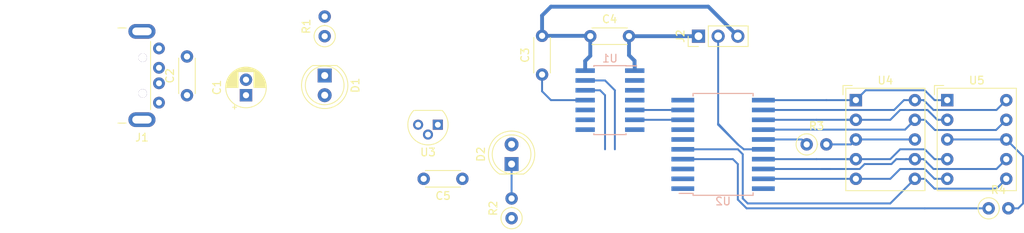
<source format=kicad_pcb>
(kicad_pcb (version 20171130) (host pcbnew 5.1.5)

  (general
    (thickness 1.6)
    (drawings 0)
    (tracks 116)
    (zones 0)
    (modules 18)
    (nets 35)
  )

  (page A4)
  (layers
    (0 F.Cu signal)
    (31 B.Cu signal)
    (32 B.Adhes user)
    (33 F.Adhes user)
    (34 B.Paste user)
    (35 F.Paste user)
    (36 B.SilkS user)
    (37 F.SilkS user)
    (38 B.Mask user)
    (39 F.Mask user)
    (40 Dwgs.User user)
    (41 Cmts.User user)
    (42 Eco1.User user)
    (43 Eco2.User user)
    (44 Edge.Cuts user)
    (45 Margin user)
    (46 B.CrtYd user)
    (47 F.CrtYd user)
    (48 B.Fab user)
    (49 F.Fab user)
  )

  (setup
    (last_trace_width 0.25)
    (trace_clearance 0.3)
    (zone_clearance 0.508)
    (zone_45_only no)
    (trace_min 0.2)
    (via_size 0.8)
    (via_drill 0.4)
    (via_min_size 0.4)
    (via_min_drill 0.3)
    (uvia_size 0.3)
    (uvia_drill 0.1)
    (uvias_allowed no)
    (uvia_min_size 0.2)
    (uvia_min_drill 0.1)
    (edge_width 0.05)
    (segment_width 0.2)
    (pcb_text_width 0.3)
    (pcb_text_size 1.5 1.5)
    (mod_edge_width 0.12)
    (mod_text_size 1 1)
    (mod_text_width 0.15)
    (pad_size 1.524 1.524)
    (pad_drill 0.762)
    (pad_to_mask_clearance 0.051)
    (solder_mask_min_width 0.25)
    (aux_axis_origin 0 0)
    (visible_elements FFFFFF7F)
    (pcbplotparams
      (layerselection 0x010fc_ffffffff)
      (usegerberextensions false)
      (usegerberattributes false)
      (usegerberadvancedattributes false)
      (creategerberjobfile false)
      (excludeedgelayer true)
      (linewidth 0.100000)
      (plotframeref false)
      (viasonmask false)
      (mode 1)
      (useauxorigin false)
      (hpglpennumber 1)
      (hpglpenspeed 20)
      (hpglpendiameter 15.000000)
      (psnegative false)
      (psa4output false)
      (plotreference true)
      (plotvalue true)
      (plotinvisibletext false)
      (padsonsilk false)
      (subtractmaskfromsilk false)
      (outputformat 1)
      (mirror false)
      (drillshape 1)
      (scaleselection 1)
      (outputdirectory ""))
  )

  (net 0 "")
  (net 1 +5V)
  (net 2 GND)
  (net 3 +3V3)
  (net 4 "Net-(D1-Pad1)")
  (net 5 "Net-(D2-Pad1)")
  (net 6 LED)
  (net 7 "Net-(R3-Pad2)")
  (net 8 Seg_1)
  (net 9 Seg_2)
  (net 10 "Net-(R4-Pad2)")
  (net 11 ADC)
  (net 12 "Net-(U2-Pad6)")
  (net 13 "Net-(U2-Pad7)")
  (net 14 "Net-(U1-Pad6)")
  (net 15 "Net-(U1-Pad5)")
  (net 16 "Net-(U2-Pad10)")
  (net 17 Seg_G)
  (net 18 Seg_E)
  (net 19 Seg_B)
  (net 20 Seg_F)
  (net 21 Seg_A)
  (net 22 Seg_C)
  (net 23 Seg_D)
  (net 24 Seg_DP)
  (net 25 "Net-(J1-Pad2)")
  (net 26 "Net-(J1-Pad3)")
  (net 27 "Net-(U1-Pad10)")
  (net 28 "Net-(U1-Pad9)")
  (net 29 "Net-(U1-Pad8)")
  (net 30 "Net-(U1-Pad7)")
  (net 31 "Net-(U1-Pad4)")
  (net 32 "Net-(U1-Pad3)")
  (net 33 "Net-(U1-Pad2)")
  (net 34 DAT)

  (net_class Default "Dies ist die voreingestellte Netzklasse."
    (clearance 0.3)
    (trace_width 0.25)
    (via_dia 0.8)
    (via_drill 0.4)
    (uvia_dia 0.3)
    (uvia_drill 0.1)
    (add_net +3V3)
    (add_net ADC)
    (add_net DAT)
    (add_net LED)
    (add_net "Net-(D1-Pad1)")
    (add_net "Net-(D2-Pad1)")
    (add_net "Net-(J1-Pad2)")
    (add_net "Net-(J1-Pad3)")
    (add_net "Net-(R3-Pad2)")
    (add_net "Net-(R4-Pad2)")
    (add_net "Net-(U1-Pad10)")
    (add_net "Net-(U1-Pad2)")
    (add_net "Net-(U1-Pad3)")
    (add_net "Net-(U1-Pad4)")
    (add_net "Net-(U1-Pad5)")
    (add_net "Net-(U1-Pad6)")
    (add_net "Net-(U1-Pad7)")
    (add_net "Net-(U1-Pad8)")
    (add_net "Net-(U1-Pad9)")
    (add_net "Net-(U2-Pad10)")
    (add_net "Net-(U2-Pad6)")
    (add_net "Net-(U2-Pad7)")
    (add_net Seg_1)
    (add_net Seg_2)
    (add_net Seg_A)
    (add_net Seg_B)
    (add_net Seg_C)
    (add_net Seg_D)
    (add_net Seg_DP)
    (add_net Seg_E)
    (add_net Seg_F)
    (add_net Seg_G)
  )

  (net_class "5V and GND" ""
    (clearance 0.3)
    (trace_width 0.5)
    (via_dia 0.8)
    (via_drill 0.4)
    (uvia_dia 0.3)
    (uvia_drill 0.1)
    (add_net +5V)
    (add_net GND)
  )

  (module "My Footprints:SC39-11_RT_small" (layer F.Cu) (tedit 5EC55A81) (tstamp 5EC5B686)
    (at 104.775 31.75)
    (descr "Single digit 7 segment LED display in red, yellow or green colour http://www.kingbrightusa.com/images/catalog/SPEC/sa39-11ewa.pdf")
    (tags "One digit LED 7 segment SA39-11 SC39-11 SA39-12 SC39-12")
    (path /5EC46DC7)
    (fp_text reference U4 (at 3.81 -2.54) (layer F.SilkS)
      (effects (font (size 1 1) (thickness 0.15)))
    )
    (fp_text value SC39_11_RT (at 2.54 12.7) (layer F.Fab)
      (effects (font (size 1 1) (thickness 0.15)))
    )
    (fp_line (start -1.44 -1.67) (end 9.06 -1.67) (layer F.CrtYd) (width 0.05))
    (fp_line (start -1.44 11.83) (end -1.44 -1.67) (layer F.CrtYd) (width 0.05))
    (fp_line (start 9.06 11.83) (end -1.44 11.83) (layer F.CrtYd) (width 0.05))
    (fp_line (start 9.06 -1.67) (end 9.06 11.83) (layer F.CrtYd) (width 0.05))
    (fp_line (start -0.19 -1.42) (end 8.81 -1.42) (layer F.Fab) (width 0.1))
    (fp_line (start -1.19 -0.42) (end -0.19 -1.42) (layer F.Fab) (width 0.1))
    (fp_line (start -1.19 11.58) (end -1.19 -0.42) (layer F.Fab) (width 0.1))
    (fp_line (start 8.81 11.58) (end -1.19 11.58) (layer F.Fab) (width 0.1))
    (fp_line (start 8.81 -1.42) (end 8.81 11.58) (layer F.Fab) (width 0.1))
    (fp_line (start 8.92 11.69) (end 8.92 -1.53) (layer F.SilkS) (width 0.12))
    (fp_line (start -1.3 11.69) (end 8.92 11.69) (layer F.SilkS) (width 0.12))
    (fp_line (start -1.3 -1.53) (end -1.3 11.69) (layer F.SilkS) (width 0.12))
    (fp_line (start 8.92 -1.53) (end -1.3 -1.53) (layer F.SilkS) (width 0.12))
    (fp_text user %R (at 3.81 5.08) (layer F.Fab)
      (effects (font (size 1 1) (thickness 0.15)))
    )
    (fp_line (start -1.66 -0.69) (end -1.66 -1.89) (layer F.SilkS) (width 0.12))
    (fp_line (start -1.66 -1.89) (end -0.46 -1.89) (layer F.SilkS) (width 0.12))
    (pad 1 thru_hole rect (at 0 0) (size 1.6 1.6) (drill 0.8) (layers *.Cu *.Mask)
      (net 17 Seg_G))
    (pad 2 thru_hole circle (at 0 2.54) (size 1.6 1.6) (drill 0.8) (layers *.Cu *.Mask)
      (net 20 Seg_F))
    (pad 3 thru_hole circle (at 0 5.08) (size 1.6 1.6) (drill 0.8) (layers *.Cu *.Mask)
      (net 7 "Net-(R3-Pad2)"))
    (pad 4 thru_hole circle (at 0 7.62) (size 1.6 1.6) (drill 0.8) (layers *.Cu *.Mask)
      (net 18 Seg_E))
    (pad 5 thru_hole circle (at 0 10.16) (size 1.6 1.6) (drill 0.8) (layers *.Cu *.Mask)
      (net 23 Seg_D))
    (pad 6 thru_hole circle (at 7.62 10.16) (size 1.6 1.6) (drill 0.8) (layers *.Cu *.Mask)
      (net 24 Seg_DP))
    (pad 7 thru_hole circle (at 7.62 7.62) (size 1.6 1.6) (drill 0.8) (layers *.Cu *.Mask)
      (net 22 Seg_C))
    (pad 8 thru_hole circle (at 7.62 5.08) (size 1.6 1.6) (drill 0.8) (layers *.Cu *.Mask)
      (net 7 "Net-(R3-Pad2)"))
    (pad 9 thru_hole circle (at 7.62 2.54) (size 1.6 1.6) (drill 0.8) (layers *.Cu *.Mask)
      (net 19 Seg_B))
    (pad 10 thru_hole circle (at 7.62 0) (size 1.6 1.6) (drill 0.8) (layers *.Cu *.Mask)
      (net 21 Seg_A))
    (model ${KISYS3DMOD}/Display_7Segment.3dshapes/Sx39-1xxxxx.wrl
      (at (xyz 0 0 0))
      (scale (xyz 1 1 1))
      (rotate (xyz 0 0 0))
    )
  )

  (module "My Footprints:SC39-11_RT_small" (layer F.Cu) (tedit 5EC55A81) (tstamp 5EC5B6A4)
    (at 116.575 31.75)
    (descr "Single digit 7 segment LED display in red, yellow or green colour http://www.kingbrightusa.com/images/catalog/SPEC/sa39-11ewa.pdf")
    (tags "One digit LED 7 segment SA39-11 SC39-11 SA39-12 SC39-12")
    (path /5EC98714)
    (fp_text reference U5 (at 3.81 -2.54) (layer F.SilkS)
      (effects (font (size 1 1) (thickness 0.15)))
    )
    (fp_text value SC39_11_RT (at 2.54 12.7) (layer F.Fab)
      (effects (font (size 1 1) (thickness 0.15)))
    )
    (fp_line (start -1.44 -1.67) (end 9.06 -1.67) (layer F.CrtYd) (width 0.05))
    (fp_line (start -1.44 11.83) (end -1.44 -1.67) (layer F.CrtYd) (width 0.05))
    (fp_line (start 9.06 11.83) (end -1.44 11.83) (layer F.CrtYd) (width 0.05))
    (fp_line (start 9.06 -1.67) (end 9.06 11.83) (layer F.CrtYd) (width 0.05))
    (fp_line (start -0.19 -1.42) (end 8.81 -1.42) (layer F.Fab) (width 0.1))
    (fp_line (start -1.19 -0.42) (end -0.19 -1.42) (layer F.Fab) (width 0.1))
    (fp_line (start -1.19 11.58) (end -1.19 -0.42) (layer F.Fab) (width 0.1))
    (fp_line (start 8.81 11.58) (end -1.19 11.58) (layer F.Fab) (width 0.1))
    (fp_line (start 8.81 -1.42) (end 8.81 11.58) (layer F.Fab) (width 0.1))
    (fp_line (start 8.92 11.69) (end 8.92 -1.53) (layer F.SilkS) (width 0.12))
    (fp_line (start -1.3 11.69) (end 8.92 11.69) (layer F.SilkS) (width 0.12))
    (fp_line (start -1.3 -1.53) (end -1.3 11.69) (layer F.SilkS) (width 0.12))
    (fp_line (start 8.92 -1.53) (end -1.3 -1.53) (layer F.SilkS) (width 0.12))
    (fp_text user %R (at 3.81 5.08) (layer F.Fab)
      (effects (font (size 1 1) (thickness 0.15)))
    )
    (fp_line (start -1.66 -0.69) (end -1.66 -1.89) (layer F.SilkS) (width 0.12))
    (fp_line (start -1.66 -1.89) (end -0.46 -1.89) (layer F.SilkS) (width 0.12))
    (pad 1 thru_hole rect (at 0 0) (size 1.6 1.6) (drill 0.8) (layers *.Cu *.Mask)
      (net 17 Seg_G))
    (pad 2 thru_hole circle (at 0 2.54) (size 1.6 1.6) (drill 0.8) (layers *.Cu *.Mask)
      (net 20 Seg_F))
    (pad 3 thru_hole circle (at 0 5.08) (size 1.6 1.6) (drill 0.8) (layers *.Cu *.Mask)
      (net 10 "Net-(R4-Pad2)"))
    (pad 4 thru_hole circle (at 0 7.62) (size 1.6 1.6) (drill 0.8) (layers *.Cu *.Mask)
      (net 18 Seg_E))
    (pad 5 thru_hole circle (at 0 10.16) (size 1.6 1.6) (drill 0.8) (layers *.Cu *.Mask)
      (net 23 Seg_D))
    (pad 6 thru_hole circle (at 7.62 10.16) (size 1.6 1.6) (drill 0.8) (layers *.Cu *.Mask)
      (net 24 Seg_DP))
    (pad 7 thru_hole circle (at 7.62 7.62) (size 1.6 1.6) (drill 0.8) (layers *.Cu *.Mask)
      (net 22 Seg_C))
    (pad 8 thru_hole circle (at 7.62 5.08) (size 1.6 1.6) (drill 0.8) (layers *.Cu *.Mask)
      (net 10 "Net-(R4-Pad2)"))
    (pad 9 thru_hole circle (at 7.62 2.54) (size 1.6 1.6) (drill 0.8) (layers *.Cu *.Mask)
      (net 19 Seg_B))
    (pad 10 thru_hole circle (at 7.62 0) (size 1.6 1.6) (drill 0.8) (layers *.Cu *.Mask)
      (net 21 Seg_A))
    (model ${KISYS3DMOD}/Display_7Segment.3dshapes/Sx39-1xxxxx.wrl
      (at (xyz 0 0 0))
      (scale (xyz 1 1 1))
      (rotate (xyz 0 0 0))
    )
  )

  (module Capacitor_THT:C_Disc_D4.3mm_W1.9mm_P5.00mm (layer F.Cu) (tedit 5AE50EF0) (tstamp 5EC41158)
    (at 18.415 31.115 90)
    (descr "C, Disc series, Radial, pin pitch=5.00mm, , diameter*width=4.3*1.9mm^2, Capacitor, http://www.vishay.com/docs/45233/krseries.pdf")
    (tags "C Disc series Radial pin pitch 5.00mm  diameter 4.3mm width 1.9mm Capacitor")
    (path /5EC4264F)
    (fp_text reference C2 (at 2.5 -2.2 90) (layer F.SilkS)
      (effects (font (size 1 1) (thickness 0.15)))
    )
    (fp_text value 470nF (at 2.5 2.2 90) (layer F.Fab)
      (effects (font (size 1 1) (thickness 0.15)))
    )
    (fp_line (start 0.35 -0.95) (end 0.35 0.95) (layer F.Fab) (width 0.1))
    (fp_line (start 0.35 0.95) (end 4.65 0.95) (layer F.Fab) (width 0.1))
    (fp_line (start 4.65 0.95) (end 4.65 -0.95) (layer F.Fab) (width 0.1))
    (fp_line (start 4.65 -0.95) (end 0.35 -0.95) (layer F.Fab) (width 0.1))
    (fp_line (start 0.23 -1.07) (end 4.77 -1.07) (layer F.SilkS) (width 0.12))
    (fp_line (start 0.23 1.07) (end 4.77 1.07) (layer F.SilkS) (width 0.12))
    (fp_line (start 0.23 -1.07) (end 0.23 -1.055) (layer F.SilkS) (width 0.12))
    (fp_line (start 0.23 1.055) (end 0.23 1.07) (layer F.SilkS) (width 0.12))
    (fp_line (start 4.77 -1.07) (end 4.77 -1.055) (layer F.SilkS) (width 0.12))
    (fp_line (start 4.77 1.055) (end 4.77 1.07) (layer F.SilkS) (width 0.12))
    (fp_line (start -1.05 -1.2) (end -1.05 1.2) (layer F.CrtYd) (width 0.05))
    (fp_line (start -1.05 1.2) (end 6.05 1.2) (layer F.CrtYd) (width 0.05))
    (fp_line (start 6.05 1.2) (end 6.05 -1.2) (layer F.CrtYd) (width 0.05))
    (fp_line (start 6.05 -1.2) (end -1.05 -1.2) (layer F.CrtYd) (width 0.05))
    (fp_text user %R (at 2.54 0 90) (layer F.Fab)
      (effects (font (size 0.86 0.86) (thickness 0.129)))
    )
    (pad 1 thru_hole circle (at 0 0 90) (size 1.6 1.6) (drill 0.8) (layers *.Cu *.Mask)
      (net 1 +5V))
    (pad 2 thru_hole circle (at 5 0 90) (size 1.6 1.6) (drill 0.8) (layers *.Cu *.Mask)
      (net 2 GND))
    (model ${KISYS3DMOD}/Capacitor_THT.3dshapes/C_Disc_D4.3mm_W1.9mm_P5.00mm.wrl
      (at (xyz 0 0 0))
      (scale (xyz 1 1 1))
      (rotate (xyz 0 0 0))
    )
  )

  (module Capacitor_THT:C_Disc_D4.3mm_W1.9mm_P5.00mm (layer F.Cu) (tedit 5AE50EF0) (tstamp 5EC4116D)
    (at 64.262 28.448 90)
    (descr "C, Disc series, Radial, pin pitch=5.00mm, , diameter*width=4.3*1.9mm^2, Capacitor, http://www.vishay.com/docs/45233/krseries.pdf")
    (tags "C Disc series Radial pin pitch 5.00mm  diameter 4.3mm width 1.9mm Capacitor")
    (path /5EC43B86)
    (fp_text reference C3 (at 2.5 -2.2 90) (layer F.SilkS)
      (effects (font (size 1 1) (thickness 0.15)))
    )
    (fp_text value 470nF (at 2.5 2.2 90) (layer F.Fab)
      (effects (font (size 1 1) (thickness 0.15)))
    )
    (fp_text user %R (at 2.5 0 90) (layer F.Fab)
      (effects (font (size 0.86 0.86) (thickness 0.129)))
    )
    (fp_line (start 6.05 -1.2) (end -1.05 -1.2) (layer F.CrtYd) (width 0.05))
    (fp_line (start 6.05 1.2) (end 6.05 -1.2) (layer F.CrtYd) (width 0.05))
    (fp_line (start -1.05 1.2) (end 6.05 1.2) (layer F.CrtYd) (width 0.05))
    (fp_line (start -1.05 -1.2) (end -1.05 1.2) (layer F.CrtYd) (width 0.05))
    (fp_line (start 4.77 1.055) (end 4.77 1.07) (layer F.SilkS) (width 0.12))
    (fp_line (start 4.77 -1.07) (end 4.77 -1.055) (layer F.SilkS) (width 0.12))
    (fp_line (start 0.23 1.055) (end 0.23 1.07) (layer F.SilkS) (width 0.12))
    (fp_line (start 0.23 -1.07) (end 0.23 -1.055) (layer F.SilkS) (width 0.12))
    (fp_line (start 0.23 1.07) (end 4.77 1.07) (layer F.SilkS) (width 0.12))
    (fp_line (start 0.23 -1.07) (end 4.77 -1.07) (layer F.SilkS) (width 0.12))
    (fp_line (start 4.65 -0.95) (end 0.35 -0.95) (layer F.Fab) (width 0.1))
    (fp_line (start 4.65 0.95) (end 4.65 -0.95) (layer F.Fab) (width 0.1))
    (fp_line (start 0.35 0.95) (end 4.65 0.95) (layer F.Fab) (width 0.1))
    (fp_line (start 0.35 -0.95) (end 0.35 0.95) (layer F.Fab) (width 0.1))
    (pad 2 thru_hole circle (at 5 0 90) (size 1.6 1.6) (drill 0.8) (layers *.Cu *.Mask)
      (net 2 GND))
    (pad 1 thru_hole circle (at 0 0 90) (size 1.6 1.6) (drill 0.8) (layers *.Cu *.Mask)
      (net 3 +3V3))
    (model ${KISYS3DMOD}/Capacitor_THT.3dshapes/C_Disc_D4.3mm_W1.9mm_P5.00mm.wrl
      (at (xyz 0 0 0))
      (scale (xyz 1 1 1))
      (rotate (xyz 0 0 0))
    )
  )

  (module Capacitor_THT:C_Disc_D4.3mm_W1.9mm_P5.00mm (layer F.Cu) (tedit 5AE50EF0) (tstamp 5EC41182)
    (at 70.485 23.495)
    (descr "C, Disc series, Radial, pin pitch=5.00mm, , diameter*width=4.3*1.9mm^2, Capacitor, http://www.vishay.com/docs/45233/krseries.pdf")
    (tags "C Disc series Radial pin pitch 5.00mm  diameter 4.3mm width 1.9mm Capacitor")
    (path /5EC5759C)
    (fp_text reference C4 (at 2.5 -2.2) (layer F.SilkS)
      (effects (font (size 1 1) (thickness 0.15)))
    )
    (fp_text value 470nF (at 2.5 2.2) (layer F.Fab)
      (effects (font (size 1 1) (thickness 0.15)))
    )
    (fp_text user %R (at 2.5 0) (layer F.Fab)
      (effects (font (size 0.86 0.86) (thickness 0.129)))
    )
    (fp_line (start 6.05 -1.2) (end -1.05 -1.2) (layer F.CrtYd) (width 0.05))
    (fp_line (start 6.05 1.2) (end 6.05 -1.2) (layer F.CrtYd) (width 0.05))
    (fp_line (start -1.05 1.2) (end 6.05 1.2) (layer F.CrtYd) (width 0.05))
    (fp_line (start -1.05 -1.2) (end -1.05 1.2) (layer F.CrtYd) (width 0.05))
    (fp_line (start 4.77 1.055) (end 4.77 1.07) (layer F.SilkS) (width 0.12))
    (fp_line (start 4.77 -1.07) (end 4.77 -1.055) (layer F.SilkS) (width 0.12))
    (fp_line (start 0.23 1.055) (end 0.23 1.07) (layer F.SilkS) (width 0.12))
    (fp_line (start 0.23 -1.07) (end 0.23 -1.055) (layer F.SilkS) (width 0.12))
    (fp_line (start 0.23 1.07) (end 4.77 1.07) (layer F.SilkS) (width 0.12))
    (fp_line (start 0.23 -1.07) (end 4.77 -1.07) (layer F.SilkS) (width 0.12))
    (fp_line (start 4.65 -0.95) (end 0.35 -0.95) (layer F.Fab) (width 0.1))
    (fp_line (start 4.65 0.95) (end 4.65 -0.95) (layer F.Fab) (width 0.1))
    (fp_line (start 0.35 0.95) (end 4.65 0.95) (layer F.Fab) (width 0.1))
    (fp_line (start 0.35 -0.95) (end 0.35 0.95) (layer F.Fab) (width 0.1))
    (pad 2 thru_hole circle (at 5 0) (size 1.6 1.6) (drill 0.8) (layers *.Cu *.Mask)
      (net 1 +5V))
    (pad 1 thru_hole circle (at 0 0) (size 1.6 1.6) (drill 0.8) (layers *.Cu *.Mask)
      (net 2 GND))
    (model ${KISYS3DMOD}/Capacitor_THT.3dshapes/C_Disc_D4.3mm_W1.9mm_P5.00mm.wrl
      (at (xyz 0 0 0))
      (scale (xyz 1 1 1))
      (rotate (xyz 0 0 0))
    )
  )

  (module Capacitor_THT:C_Disc_D4.3mm_W1.9mm_P5.00mm (layer F.Cu) (tedit 5AE50EF0) (tstamp 5EC41197)
    (at 53.975 41.91 180)
    (descr "C, Disc series, Radial, pin pitch=5.00mm, , diameter*width=4.3*1.9mm^2, Capacitor, http://www.vishay.com/docs/45233/krseries.pdf")
    (tags "C Disc series Radial pin pitch 5.00mm  diameter 4.3mm width 1.9mm Capacitor")
    (path /5EC81C90)
    (fp_text reference C5 (at 2.5 -2.2) (layer F.SilkS)
      (effects (font (size 1 1) (thickness 0.15)))
    )
    (fp_text value 470nF (at 2.5 2.2) (layer F.Fab)
      (effects (font (size 1 1) (thickness 0.15)))
    )
    (fp_line (start 0.35 -0.95) (end 0.35 0.95) (layer F.Fab) (width 0.1))
    (fp_line (start 0.35 0.95) (end 4.65 0.95) (layer F.Fab) (width 0.1))
    (fp_line (start 4.65 0.95) (end 4.65 -0.95) (layer F.Fab) (width 0.1))
    (fp_line (start 4.65 -0.95) (end 0.35 -0.95) (layer F.Fab) (width 0.1))
    (fp_line (start 0.23 -1.07) (end 4.77 -1.07) (layer F.SilkS) (width 0.12))
    (fp_line (start 0.23 1.07) (end 4.77 1.07) (layer F.SilkS) (width 0.12))
    (fp_line (start 0.23 -1.07) (end 0.23 -1.055) (layer F.SilkS) (width 0.12))
    (fp_line (start 0.23 1.055) (end 0.23 1.07) (layer F.SilkS) (width 0.12))
    (fp_line (start 4.77 -1.07) (end 4.77 -1.055) (layer F.SilkS) (width 0.12))
    (fp_line (start 4.77 1.055) (end 4.77 1.07) (layer F.SilkS) (width 0.12))
    (fp_line (start -1.05 -1.2) (end -1.05 1.2) (layer F.CrtYd) (width 0.05))
    (fp_line (start -1.05 1.2) (end 6.05 1.2) (layer F.CrtYd) (width 0.05))
    (fp_line (start 6.05 1.2) (end 6.05 -1.2) (layer F.CrtYd) (width 0.05))
    (fp_line (start 6.05 -1.2) (end -1.05 -1.2) (layer F.CrtYd) (width 0.05))
    (fp_text user %R (at 2.5 0) (layer F.Fab)
      (effects (font (size 0.86 0.86) (thickness 0.129)))
    )
    (pad 1 thru_hole circle (at 0 0 180) (size 1.6 1.6) (drill 0.8) (layers *.Cu *.Mask)
      (net 2 GND))
    (pad 2 thru_hole circle (at 5 0 180) (size 1.6 1.6) (drill 0.8) (layers *.Cu *.Mask)
      (net 1 +5V))
    (model ${KISYS3DMOD}/Capacitor_THT.3dshapes/C_Disc_D4.3mm_W1.9mm_P5.00mm.wrl
      (at (xyz 0 0 0))
      (scale (xyz 1 1 1))
      (rotate (xyz 0 0 0))
    )
  )

  (module Resistor_THT:R_Axial_DIN0207_L6.3mm_D2.5mm_P2.54mm_Vertical (layer F.Cu) (tedit 5AE5139B) (tstamp 5EC5EB78)
    (at 36.195 23.495 90)
    (descr "Resistor, Axial_DIN0207 series, Axial, Vertical, pin pitch=2.54mm, 0.25W = 1/4W, length*diameter=6.3*2.5mm^2, http://cdn-reichelt.de/documents/datenblatt/B400/1_4W%23YAG.pdf")
    (tags "Resistor Axial_DIN0207 series Axial Vertical pin pitch 2.54mm 0.25W = 1/4W length 6.3mm diameter 2.5mm")
    (path /5EC516B8)
    (fp_text reference R1 (at 1.27 -2.37 90) (layer F.SilkS)
      (effects (font (size 1 1) (thickness 0.15)))
    )
    (fp_text value 330Ω (at 1.27 2.37 90) (layer F.Fab)
      (effects (font (size 1 1) (thickness 0.15)))
    )
    (fp_circle (center 0 0) (end 1.25 0) (layer F.Fab) (width 0.1))
    (fp_circle (center 0 0) (end 1.37 0) (layer F.SilkS) (width 0.12))
    (fp_line (start 0 0) (end 2.54 0) (layer F.Fab) (width 0.1))
    (fp_line (start 1.37 0) (end 1.44 0) (layer F.SilkS) (width 0.12))
    (fp_line (start -1.5 -1.5) (end -1.5 1.5) (layer F.CrtYd) (width 0.05))
    (fp_line (start -1.5 1.5) (end 3.59 1.5) (layer F.CrtYd) (width 0.05))
    (fp_line (start 3.59 1.5) (end 3.59 -1.5) (layer F.CrtYd) (width 0.05))
    (fp_line (start 3.59 -1.5) (end -1.5 -1.5) (layer F.CrtYd) (width 0.05))
    (fp_text user %R (at 1.27 -2.37 90) (layer F.Fab)
      (effects (font (size 1 1) (thickness 0.15)))
    )
    (pad 1 thru_hole circle (at 0 0 90) (size 1.6 1.6) (drill 0.8) (layers *.Cu *.Mask)
      (net 4 "Net-(D1-Pad1)"))
    (pad 2 thru_hole oval (at 2.54 0 90) (size 1.6 1.6) (drill 0.8) (layers *.Cu *.Mask)
      (net 2 GND))
    (model ${KISYS3DMOD}/Resistor_THT.3dshapes/R_Axial_DIN0207_L6.3mm_D2.5mm_P2.54mm_Vertical.wrl
      (at (xyz 0 0 0))
      (scale (xyz 1 1 1))
      (rotate (xyz 0 0 0))
    )
  )

  (module Resistor_THT:R_Axial_DIN0207_L6.3mm_D2.5mm_P2.54mm_Vertical (layer F.Cu) (tedit 5AE5139B) (tstamp 5EC411B5)
    (at 60.325 46.99 90)
    (descr "Resistor, Axial_DIN0207 series, Axial, Vertical, pin pitch=2.54mm, 0.25W = 1/4W, length*diameter=6.3*2.5mm^2, http://cdn-reichelt.de/documents/datenblatt/B400/1_4W%23YAG.pdf")
    (tags "Resistor Axial_DIN0207 series Axial Vertical pin pitch 2.54mm 0.25W = 1/4W length 6.3mm diameter 2.5mm")
    (path /5ECB072C)
    (fp_text reference R2 (at 1.27 -2.37 90) (layer F.SilkS)
      (effects (font (size 1 1) (thickness 0.15)))
    )
    (fp_text value 330Ω (at 1.27 2.37 90) (layer F.Fab)
      (effects (font (size 1 1) (thickness 0.15)))
    )
    (fp_text user %R (at 1.27 -2.37 90) (layer F.Fab)
      (effects (font (size 1 1) (thickness 0.15)))
    )
    (fp_line (start 3.59 -1.5) (end -1.5 -1.5) (layer F.CrtYd) (width 0.05))
    (fp_line (start 3.59 1.5) (end 3.59 -1.5) (layer F.CrtYd) (width 0.05))
    (fp_line (start -1.5 1.5) (end 3.59 1.5) (layer F.CrtYd) (width 0.05))
    (fp_line (start -1.5 -1.5) (end -1.5 1.5) (layer F.CrtYd) (width 0.05))
    (fp_line (start 1.37 0) (end 1.44 0) (layer F.SilkS) (width 0.12))
    (fp_line (start 0 0) (end 2.54 0) (layer F.Fab) (width 0.1))
    (fp_circle (center 0 0) (end 1.37 0) (layer F.SilkS) (width 0.12))
    (fp_circle (center 0 0) (end 1.25 0) (layer F.Fab) (width 0.1))
    (pad 2 thru_hole oval (at 2.54 0 90) (size 1.6 1.6) (drill 0.8) (layers *.Cu *.Mask)
      (net 5 "Net-(D2-Pad1)"))
    (pad 1 thru_hole circle (at 0 0 90) (size 1.6 1.6) (drill 0.8) (layers *.Cu *.Mask)
      (net 6 LED))
    (model ${KISYS3DMOD}/Resistor_THT.3dshapes/R_Axial_DIN0207_L6.3mm_D2.5mm_P2.54mm_Vertical.wrl
      (at (xyz 0 0 0))
      (scale (xyz 1 1 1))
      (rotate (xyz 0 0 0))
    )
  )

  (module Resistor_THT:R_Axial_DIN0207_L6.3mm_D2.5mm_P2.54mm_Vertical (layer F.Cu) (tedit 5AE5139B) (tstamp 5EC411C4)
    (at 98.425 37.465)
    (descr "Resistor, Axial_DIN0207 series, Axial, Vertical, pin pitch=2.54mm, 0.25W = 1/4W, length*diameter=6.3*2.5mm^2, http://cdn-reichelt.de/documents/datenblatt/B400/1_4W%23YAG.pdf")
    (tags "Resistor Axial_DIN0207 series Axial Vertical pin pitch 2.54mm 0.25W = 1/4W length 6.3mm diameter 2.5mm")
    (path /5EC78DE8)
    (fp_text reference R3 (at 1.27 -2.37) (layer F.SilkS)
      (effects (font (size 1 1) (thickness 0.15)))
    )
    (fp_text value 330Ω (at 1.27 2.37) (layer F.Fab)
      (effects (font (size 1 1) (thickness 0.15)))
    )
    (fp_text user %R (at 1.27 -2.37) (layer F.Fab)
      (effects (font (size 1 1) (thickness 0.15)))
    )
    (fp_line (start 3.59 -1.5) (end -1.5 -1.5) (layer F.CrtYd) (width 0.05))
    (fp_line (start 3.59 1.5) (end 3.59 -1.5) (layer F.CrtYd) (width 0.05))
    (fp_line (start -1.5 1.5) (end 3.59 1.5) (layer F.CrtYd) (width 0.05))
    (fp_line (start -1.5 -1.5) (end -1.5 1.5) (layer F.CrtYd) (width 0.05))
    (fp_line (start 1.37 0) (end 1.44 0) (layer F.SilkS) (width 0.12))
    (fp_line (start 0 0) (end 2.54 0) (layer F.Fab) (width 0.1))
    (fp_circle (center 0 0) (end 1.37 0) (layer F.SilkS) (width 0.12))
    (fp_circle (center 0 0) (end 1.25 0) (layer F.Fab) (width 0.1))
    (pad 2 thru_hole oval (at 2.54 0) (size 1.6 1.6) (drill 0.8) (layers *.Cu *.Mask)
      (net 7 "Net-(R3-Pad2)"))
    (pad 1 thru_hole circle (at 0 0) (size 1.6 1.6) (drill 0.8) (layers *.Cu *.Mask)
      (net 8 Seg_1))
    (model ${KISYS3DMOD}/Resistor_THT.3dshapes/R_Axial_DIN0207_L6.3mm_D2.5mm_P2.54mm_Vertical.wrl
      (at (xyz 0 0 0))
      (scale (xyz 1 1 1))
      (rotate (xyz 0 0 0))
    )
  )

  (module Resistor_THT:R_Axial_DIN0207_L6.3mm_D2.5mm_P2.54mm_Vertical (layer F.Cu) (tedit 5AE5139B) (tstamp 5EC411D3)
    (at 121.92 45.72)
    (descr "Resistor, Axial_DIN0207 series, Axial, Vertical, pin pitch=2.54mm, 0.25W = 1/4W, length*diameter=6.3*2.5mm^2, http://cdn-reichelt.de/documents/datenblatt/B400/1_4W%23YAG.pdf")
    (tags "Resistor Axial_DIN0207 series Axial Vertical pin pitch 2.54mm 0.25W = 1/4W length 6.3mm diameter 2.5mm")
    (path /5EC98729)
    (fp_text reference R4 (at 1.27 -2.37) (layer F.SilkS)
      (effects (font (size 1 1) (thickness 0.15)))
    )
    (fp_text value 330Ω (at 1.27 2.37) (layer F.Fab)
      (effects (font (size 1 1) (thickness 0.15)))
    )
    (fp_circle (center 0 0) (end 1.25 0) (layer F.Fab) (width 0.1))
    (fp_circle (center 0 0) (end 1.37 0) (layer F.SilkS) (width 0.12))
    (fp_line (start 0 0) (end 2.54 0) (layer F.Fab) (width 0.1))
    (fp_line (start 1.37 0) (end 1.44 0) (layer F.SilkS) (width 0.12))
    (fp_line (start -1.5 -1.5) (end -1.5 1.5) (layer F.CrtYd) (width 0.05))
    (fp_line (start -1.5 1.5) (end 3.59 1.5) (layer F.CrtYd) (width 0.05))
    (fp_line (start 3.59 1.5) (end 3.59 -1.5) (layer F.CrtYd) (width 0.05))
    (fp_line (start 3.59 -1.5) (end -1.5 -1.5) (layer F.CrtYd) (width 0.05))
    (fp_text user %R (at 1.27 -2.37) (layer F.Fab)
      (effects (font (size 1 1) (thickness 0.15)))
    )
    (pad 1 thru_hole circle (at 0 0) (size 1.6 1.6) (drill 0.8) (layers *.Cu *.Mask)
      (net 9 Seg_2))
    (pad 2 thru_hole oval (at 2.54 0) (size 1.6 1.6) (drill 0.8) (layers *.Cu *.Mask)
      (net 10 "Net-(R4-Pad2)"))
    (model ${KISYS3DMOD}/Resistor_THT.3dshapes/R_Axial_DIN0207_L6.3mm_D2.5mm_P2.54mm_Vertical.wrl
      (at (xyz 0 0 0))
      (scale (xyz 1 1 1))
      (rotate (xyz 0 0 0))
    )
  )

  (module LED_THT:LED_D5.0mm (layer F.Cu) (tedit 5995936A) (tstamp 5EC5C79A)
    (at 36.195 28.575 270)
    (descr "LED, diameter 5.0mm, 2 pins, http://cdn-reichelt.de/documents/datenblatt/A500/LL-504BC2E-009.pdf")
    (tags "LED diameter 5.0mm 2 pins")
    (path /5EC5272E)
    (fp_text reference D1 (at 1.27 -3.96 90) (layer F.SilkS)
      (effects (font (size 1 1) (thickness 0.15)))
    )
    (fp_text value PWR (at 1.27 3.96 90) (layer F.Fab)
      (effects (font (size 1 1) (thickness 0.15)))
    )
    (fp_text user %R (at 1.25 0 90) (layer F.Fab)
      (effects (font (size 0.8 0.8) (thickness 0.2)))
    )
    (fp_line (start 4.5 -3.25) (end -1.95 -3.25) (layer F.CrtYd) (width 0.05))
    (fp_line (start 4.5 3.25) (end 4.5 -3.25) (layer F.CrtYd) (width 0.05))
    (fp_line (start -1.95 3.25) (end 4.5 3.25) (layer F.CrtYd) (width 0.05))
    (fp_line (start -1.95 -3.25) (end -1.95 3.25) (layer F.CrtYd) (width 0.05))
    (fp_line (start -1.29 -1.545) (end -1.29 1.545) (layer F.SilkS) (width 0.12))
    (fp_line (start -1.23 -1.469694) (end -1.23 1.469694) (layer F.Fab) (width 0.1))
    (fp_circle (center 1.27 0) (end 3.77 0) (layer F.SilkS) (width 0.12))
    (fp_circle (center 1.27 0) (end 3.77 0) (layer F.Fab) (width 0.1))
    (fp_arc (start 1.27 0) (end -1.29 1.54483) (angle -148.9) (layer F.SilkS) (width 0.12))
    (fp_arc (start 1.27 0) (end -1.29 -1.54483) (angle 148.9) (layer F.SilkS) (width 0.12))
    (fp_arc (start 1.27 0) (end -1.23 -1.469694) (angle 299.1) (layer F.Fab) (width 0.1))
    (pad 2 thru_hole circle (at 2.54 0 270) (size 1.8 1.8) (drill 0.9) (layers *.Cu *.Mask)
      (net 1 +5V))
    (pad 1 thru_hole rect (at 0 0 270) (size 1.8 1.8) (drill 0.9) (layers *.Cu *.Mask)
      (net 4 "Net-(D1-Pad1)"))
    (model ${KISYS3DMOD}/LED_THT.3dshapes/LED_D5.0mm.wrl
      (at (xyz 0 0 0))
      (scale (xyz 1 1 1))
      (rotate (xyz 0 0 0))
    )
  )

  (module LED_THT:LED_D5.0mm (layer F.Cu) (tedit 5995936A) (tstamp 5EC5C7AC)
    (at 60.325 40.005 90)
    (descr "LED, diameter 5.0mm, 2 pins, http://cdn-reichelt.de/documents/datenblatt/A500/LL-504BC2E-009.pdf")
    (tags "LED diameter 5.0mm 2 pins")
    (path /5ECB1CCD)
    (fp_text reference D2 (at 1.27 -3.96 90) (layer F.SilkS)
      (effects (font (size 1 1) (thickness 0.15)))
    )
    (fp_text value Sample (at 1.27 3.96 90) (layer F.Fab)
      (effects (font (size 1 1) (thickness 0.15)))
    )
    (fp_arc (start 1.27 0) (end -1.23 -1.469694) (angle 299.1) (layer F.Fab) (width 0.1))
    (fp_arc (start 1.27 0) (end -1.29 -1.54483) (angle 148.9) (layer F.SilkS) (width 0.12))
    (fp_arc (start 1.27 0) (end -1.29 1.54483) (angle -148.9) (layer F.SilkS) (width 0.12))
    (fp_circle (center 1.27 0) (end 3.77 0) (layer F.Fab) (width 0.1))
    (fp_circle (center 1.27 0) (end 3.77 0) (layer F.SilkS) (width 0.12))
    (fp_line (start -1.23 -1.469694) (end -1.23 1.469694) (layer F.Fab) (width 0.1))
    (fp_line (start -1.29 -1.545) (end -1.29 1.545) (layer F.SilkS) (width 0.12))
    (fp_line (start -1.95 -3.25) (end -1.95 3.25) (layer F.CrtYd) (width 0.05))
    (fp_line (start -1.95 3.25) (end 4.5 3.25) (layer F.CrtYd) (width 0.05))
    (fp_line (start 4.5 3.25) (end 4.5 -3.25) (layer F.CrtYd) (width 0.05))
    (fp_line (start 4.5 -3.25) (end -1.95 -3.25) (layer F.CrtYd) (width 0.05))
    (fp_text user %R (at 1.25 0 90) (layer F.Fab)
      (effects (font (size 0.8 0.8) (thickness 0.2)))
    )
    (pad 1 thru_hole rect (at 0 0 90) (size 1.8 1.8) (drill 0.9) (layers *.Cu *.Mask)
      (net 5 "Net-(D2-Pad1)"))
    (pad 2 thru_hole circle (at 2.54 0 90) (size 1.8 1.8) (drill 0.9) (layers *.Cu *.Mask)
      (net 1 +5V))
    (model ${KISYS3DMOD}/LED_THT.3dshapes/LED_D5.0mm.wrl
      (at (xyz 0 0 0))
      (scale (xyz 1 1 1))
      (rotate (xyz 0 0 0))
    )
  )

  (module "My Footprints:USB_AWF" (layer F.Cu) (tedit 5CE25304) (tstamp 5EC5C7D0)
    (at 12.7 28.575 180)
    (descr http://cnctech.us/pdfs/1001-011-01101.pdf)
    (tags USB-A)
    (path /5EC4022D)
    (attr smd)
    (fp_text reference J1 (at 0.1 -8) (layer F.SilkS)
      (effects (font (size 1 1) (thickness 0.15)))
    )
    (fp_text value USB_A (at 7 8 180) (layer F.Fab)
      (effects (font (size 1 1) (thickness 0.15)))
    )
    (fp_line (start -0.9 6.025) (end -0.9 -6.025) (layer F.Fab) (width 0.1))
    (fp_line (start -0.9 -6.025) (end 17.9 -6.025) (layer F.Fab) (width 0.1))
    (fp_line (start -0.9 6.025) (end 17.9 6.025) (layer F.Fab) (width 0.1))
    (fp_line (start 17.9 6.025) (end 17.9 -6.025) (layer F.Fab) (width 0.1))
    (fp_circle (center 0 -2.3) (end 0 -2.8) (layer F.Fab) (width 0.1))
    (fp_circle (center 0 2.3) (end 0 2.8) (layer F.Fab) (width 0.1))
    (fp_line (start -1.02 -4.4) (end -1.02 4.4) (layer F.SilkS) (width 0.12))
    (fp_line (start 2.7 6.025) (end 2.7 -6.025) (layer Dwgs.User) (width 0.1))
    (fp_text user "PCB Edge" (at 1.905 -0.05 90) (layer Dwgs.User)
      (effects (font (size 0.6 0.6) (thickness 0.09)))
    )
    (fp_line (start 2.15 -6.145) (end 3.2 -6.145) (layer F.SilkS) (width 0.12))
    (fp_line (start 2.15 6.145) (end 3.2 6.145) (layer F.SilkS) (width 0.12))
    (fp_line (start -3.2 4.55) (end -3.2 -4.55) (layer F.CrtYd) (width 0.05))
    (fp_line (start -3.2 -4.55) (end -2.15 -4.55) (layer F.CrtYd) (width 0.05))
    (fp_line (start -2.15 -7.15) (end -2.15 -4.55) (layer F.CrtYd) (width 0.05))
    (fp_line (start -2.15 -7.15) (end 2.35 -7.15) (layer F.CrtYd) (width 0.05))
    (fp_line (start 2.35 -6.52) (end 2.35 -7.15) (layer F.CrtYd) (width 0.05))
    (fp_line (start 2.35 -6.52) (end 18.4 -6.52) (layer F.CrtYd) (width 0.05))
    (fp_line (start 18.4 6.52) (end 18.4 -6.52) (layer F.CrtYd) (width 0.05))
    (fp_text user %R (at 1 0 90) (layer F.Fab)
      (effects (font (size 1 1) (thickness 0.15)))
    )
    (fp_line (start 2.35 6.52) (end 18.4 6.52) (layer F.CrtYd) (width 0.05))
    (fp_line (start 2.35 7.15) (end 2.35 6.52) (layer F.CrtYd) (width 0.05))
    (fp_line (start -2.15 7.15) (end 2.35 7.15) (layer F.CrtYd) (width 0.05))
    (fp_line (start -2.15 4.55) (end -2.15 7.15) (layer F.CrtYd) (width 0.05))
    (fp_line (start -3.2 4.55) (end -2.15 4.55) (layer F.CrtYd) (width 0.05))
    (pad 5 thru_hole oval (at 0.1 -5.7 180) (size 3.5 1.9) (drill oval 2.5 1) (layers *.Cu *.Mask)
      (net 2 GND))
    (pad 5 thru_hole oval (at 0.1 5.7 180) (size 3.5 1.9) (drill oval 2.5 1) (layers *.Cu *.Mask)
      (net 2 GND))
    (pad "" thru_hole circle (at 0 -2.3 180) (size 1.1 1.1) (drill 1.1) (layers *.Cu *.Mask))
    (pad "" thru_hole circle (at 0 2.3 180) (size 1.1 1.1) (drill 1.1) (layers *.Cu *.Mask))
    (pad 1 thru_hole circle (at -2.1 -3.5 180) (size 1.524 1.524) (drill 0.762) (layers *.Cu *.Mask)
      (net 1 +5V))
    (pad 2 thru_hole circle (at -2.1 -1 180) (size 1.524 1.524) (drill 0.762) (layers *.Cu *.Mask)
      (net 25 "Net-(J1-Pad2)"))
    (pad 3 thru_hole circle (at -2.1 1 180) (size 1.524 1.524) (drill 0.762) (layers *.Cu *.Mask)
      (net 26 "Net-(J1-Pad3)"))
    (pad 4 thru_hole circle (at -2.1 3.5 180) (size 1.524 1.524) (drill 0.762) (layers *.Cu *.Mask)
      (net 2 GND))
    (model ${KISYS3DMOD}/Connector_USB.3dshapes/USB_A_CNCTech_1001-011-01101_Horizontal.wrl
      (at (xyz 0 0 0))
      (scale (xyz 1 1 1))
      (rotate (xyz 0 0 0))
    )
  )

  (module "My Footprints:SOIC-14_3.9x8.7mm_P1.27mm" (layer B.Cu) (tedit 5CDC20C5) (tstamp 5EC5C7F3)
    (at 73.025 31.75 180)
    (descr "14-Lead Plastic Small Outline (SL) - Narrow, 3.90 mm Body [SOIC] (see Microchip Packaging Specification 00000049BS.pdf)")
    (tags "SOIC 1.27")
    (path /5EC403F0)
    (attr smd)
    (fp_text reference U1 (at 0 5.375) (layer B.SilkS)
      (effects (font (size 1 1) (thickness 0.15)) (justify mirror))
    )
    (fp_text value MCP2221 (at 0 -5.375) (layer B.Fab)
      (effects (font (size 1 1) (thickness 0.15)) (justify mirror))
    )
    (fp_line (start -2.075 4.425) (end -3.45 4.425) (layer B.SilkS) (width 0.15))
    (fp_line (start -2.075 -4.45) (end 2.075 -4.45) (layer B.SilkS) (width 0.15))
    (fp_line (start -2.075 4.45) (end 2.075 4.45) (layer B.SilkS) (width 0.15))
    (fp_line (start -2.075 -4.45) (end -2.075 -4.335) (layer B.SilkS) (width 0.15))
    (fp_line (start 2.075 -4.45) (end 2.075 -4.335) (layer B.SilkS) (width 0.15))
    (fp_line (start 2.075 4.45) (end 2.075 4.335) (layer B.SilkS) (width 0.15))
    (fp_line (start -2.075 4.45) (end -2.075 4.425) (layer B.SilkS) (width 0.15))
    (fp_line (start -4.7 -4.65) (end 4.7 -4.65) (layer B.CrtYd) (width 0.05))
    (fp_line (start -4.7 4.65) (end 4.7 4.65) (layer B.CrtYd) (width 0.05))
    (fp_line (start 4.7 4.65) (end 4.7 -4.65) (layer B.CrtYd) (width 0.05))
    (fp_line (start -4.7 4.65) (end -4.7 -4.65) (layer B.CrtYd) (width 0.05))
    (fp_line (start -1.95 3.35) (end -0.95 4.35) (layer B.Fab) (width 0.15))
    (fp_line (start -1.95 -4.35) (end -1.95 3.35) (layer B.Fab) (width 0.15))
    (fp_line (start 1.95 -4.35) (end -1.95 -4.35) (layer B.Fab) (width 0.15))
    (fp_line (start 1.95 4.35) (end 1.95 -4.35) (layer B.Fab) (width 0.15))
    (fp_line (start -0.95 4.35) (end 1.95 4.35) (layer B.Fab) (width 0.15))
    (fp_text user %R (at 0 0) (layer B.Fab)
      (effects (font (size 0.9 0.9) (thickness 0.135)) (justify mirror))
    )
    (pad 14 smd rect (at 3.2 3.81 180) (size 2.5 0.6) (layers B.Cu B.Paste B.Mask)
      (net 2 GND))
    (pad 13 smd rect (at 3.2 2.54 180) (size 2.5 0.6) (layers B.Cu B.Paste B.Mask)
      (net 26 "Net-(J1-Pad3)"))
    (pad 12 smd rect (at 3.2 1.27 180) (size 2.5 0.6) (layers B.Cu B.Paste B.Mask)
      (net 25 "Net-(J1-Pad2)"))
    (pad 11 smd rect (at 3.2 0 180) (size 2.5 0.6) (layers B.Cu B.Paste B.Mask)
      (net 3 +3V3))
    (pad 10 smd rect (at 3.2 -1.27 180) (size 2.5 0.6) (layers B.Cu B.Paste B.Mask)
      (net 27 "Net-(U1-Pad10)"))
    (pad 9 smd rect (at 3.2 -2.54 180) (size 2.5 0.6) (layers B.Cu B.Paste B.Mask)
      (net 28 "Net-(U1-Pad9)"))
    (pad 8 smd rect (at 3.2 -3.81 180) (size 2.5 0.6) (layers B.Cu B.Paste B.Mask)
      (net 29 "Net-(U1-Pad8)"))
    (pad 7 smd rect (at -3.2 -3.81 180) (size 2.5 0.6) (layers B.Cu B.Paste B.Mask)
      (net 30 "Net-(U1-Pad7)"))
    (pad 6 smd rect (at -3.2 -2.54 180) (size 2.5 0.6) (layers B.Cu B.Paste B.Mask)
      (net 14 "Net-(U1-Pad6)"))
    (pad 5 smd rect (at -3.2 -1.27 180) (size 2.5 0.6) (layers B.Cu B.Paste B.Mask)
      (net 15 "Net-(U1-Pad5)"))
    (pad 4 smd rect (at -3.2 0 180) (size 2.5 0.6) (layers B.Cu B.Paste B.Mask)
      (net 31 "Net-(U1-Pad4)"))
    (pad 3 smd rect (at -3.2 1.27 180) (size 2.5 0.6) (layers B.Cu B.Paste B.Mask)
      (net 32 "Net-(U1-Pad3)"))
    (pad 2 smd rect (at -3.2 2.54 180) (size 2.5 0.6) (layers B.Cu B.Paste B.Mask)
      (net 33 "Net-(U1-Pad2)"))
    (pad 1 smd rect (at -3.2 3.81 180) (size 2.5 0.6) (layers B.Cu B.Paste B.Mask)
      (net 1 +5V))
    (model ${KISYS3DMOD}/Package_SO.3dshapes/SOIC-14_3.9x8.7mm_P1.27mm.wrl
      (at (xyz 0 0 0))
      (scale (xyz 1 1 1))
      (rotate (xyz 0 0 0))
    )
  )

  (module Package_TO_SOT_THT:TO-92 (layer F.Cu) (tedit 5A279852) (tstamp 5EC5C805)
    (at 50.8 34.925 180)
    (descr "TO-92 leads molded, narrow, drill 0.75mm (see NXP sot054_po.pdf)")
    (tags "to-92 sc-43 sc-43a sot54 PA33 transistor")
    (path /5EC892E5)
    (fp_text reference U3 (at 1.27 -3.56) (layer F.SilkS)
      (effects (font (size 1 1) (thickness 0.15)))
    )
    (fp_text value LM35-LP (at 1.27 2.79) (layer F.Fab)
      (effects (font (size 1 1) (thickness 0.15)))
    )
    (fp_text user %R (at 1.27 -3.56) (layer F.Fab)
      (effects (font (size 1 1) (thickness 0.15)))
    )
    (fp_line (start -0.53 1.85) (end 3.07 1.85) (layer F.SilkS) (width 0.12))
    (fp_line (start -0.5 1.75) (end 3 1.75) (layer F.Fab) (width 0.1))
    (fp_line (start -1.46 -2.73) (end 4 -2.73) (layer F.CrtYd) (width 0.05))
    (fp_line (start -1.46 -2.73) (end -1.46 2.01) (layer F.CrtYd) (width 0.05))
    (fp_line (start 4 2.01) (end 4 -2.73) (layer F.CrtYd) (width 0.05))
    (fp_line (start 4 2.01) (end -1.46 2.01) (layer F.CrtYd) (width 0.05))
    (fp_arc (start 1.27 0) (end 1.27 -2.48) (angle 135) (layer F.Fab) (width 0.1))
    (fp_arc (start 1.27 0) (end 1.27 -2.6) (angle -135) (layer F.SilkS) (width 0.12))
    (fp_arc (start 1.27 0) (end 1.27 -2.48) (angle -135) (layer F.Fab) (width 0.1))
    (fp_arc (start 1.27 0) (end 1.27 -2.6) (angle 135) (layer F.SilkS) (width 0.12))
    (pad 2 thru_hole circle (at 1.27 -1.27 270) (size 1.3 1.3) (drill 0.75) (layers *.Cu *.Mask)
      (net 11 ADC))
    (pad 3 thru_hole circle (at 2.54 0 270) (size 1.3 1.3) (drill 0.75) (layers *.Cu *.Mask)
      (net 2 GND))
    (pad 1 thru_hole rect (at 0 0 270) (size 1.3 1.3) (drill 0.75) (layers *.Cu *.Mask)
      (net 1 +5V))
    (model ${KISYS3DMOD}/Package_TO_SOT_THT.3dshapes/TO-92.wrl
      (at (xyz 0 0 0))
      (scale (xyz 1 1 1))
      (rotate (xyz 0 0 0))
    )
  )

  (module Capacitor_THT:CP_Radial_D5.0mm_P2.00mm (layer F.Cu) (tedit 5AE50EF0) (tstamp 5EC5CC24)
    (at 26.035 31.115 90)
    (descr "CP, Radial series, Radial, pin pitch=2.00mm, , diameter=5mm, Electrolytic Capacitor")
    (tags "CP Radial series Radial pin pitch 2.00mm  diameter 5mm Electrolytic Capacitor")
    (path /5EC50E51)
    (fp_text reference C1 (at 1 -3.75 90) (layer F.SilkS)
      (effects (font (size 1 1) (thickness 0.15)))
    )
    (fp_text value 10µF (at 1 3.75 90) (layer F.Fab)
      (effects (font (size 1 1) (thickness 0.15)))
    )
    (fp_circle (center 1 0) (end 3.5 0) (layer F.Fab) (width 0.1))
    (fp_circle (center 1 0) (end 3.62 0) (layer F.SilkS) (width 0.12))
    (fp_circle (center 1 0) (end 3.75 0) (layer F.CrtYd) (width 0.05))
    (fp_line (start -1.133605 -1.0875) (end -0.633605 -1.0875) (layer F.Fab) (width 0.1))
    (fp_line (start -0.883605 -1.3375) (end -0.883605 -0.8375) (layer F.Fab) (width 0.1))
    (fp_line (start 1 1.04) (end 1 2.58) (layer F.SilkS) (width 0.12))
    (fp_line (start 1 -2.58) (end 1 -1.04) (layer F.SilkS) (width 0.12))
    (fp_line (start 1.04 1.04) (end 1.04 2.58) (layer F.SilkS) (width 0.12))
    (fp_line (start 1.04 -2.58) (end 1.04 -1.04) (layer F.SilkS) (width 0.12))
    (fp_line (start 1.08 -2.579) (end 1.08 -1.04) (layer F.SilkS) (width 0.12))
    (fp_line (start 1.08 1.04) (end 1.08 2.579) (layer F.SilkS) (width 0.12))
    (fp_line (start 1.12 -2.578) (end 1.12 -1.04) (layer F.SilkS) (width 0.12))
    (fp_line (start 1.12 1.04) (end 1.12 2.578) (layer F.SilkS) (width 0.12))
    (fp_line (start 1.16 -2.576) (end 1.16 -1.04) (layer F.SilkS) (width 0.12))
    (fp_line (start 1.16 1.04) (end 1.16 2.576) (layer F.SilkS) (width 0.12))
    (fp_line (start 1.2 -2.573) (end 1.2 -1.04) (layer F.SilkS) (width 0.12))
    (fp_line (start 1.2 1.04) (end 1.2 2.573) (layer F.SilkS) (width 0.12))
    (fp_line (start 1.24 -2.569) (end 1.24 -1.04) (layer F.SilkS) (width 0.12))
    (fp_line (start 1.24 1.04) (end 1.24 2.569) (layer F.SilkS) (width 0.12))
    (fp_line (start 1.28 -2.565) (end 1.28 -1.04) (layer F.SilkS) (width 0.12))
    (fp_line (start 1.28 1.04) (end 1.28 2.565) (layer F.SilkS) (width 0.12))
    (fp_line (start 1.32 -2.561) (end 1.32 -1.04) (layer F.SilkS) (width 0.12))
    (fp_line (start 1.32 1.04) (end 1.32 2.561) (layer F.SilkS) (width 0.12))
    (fp_line (start 1.36 -2.556) (end 1.36 -1.04) (layer F.SilkS) (width 0.12))
    (fp_line (start 1.36 1.04) (end 1.36 2.556) (layer F.SilkS) (width 0.12))
    (fp_line (start 1.4 -2.55) (end 1.4 -1.04) (layer F.SilkS) (width 0.12))
    (fp_line (start 1.4 1.04) (end 1.4 2.55) (layer F.SilkS) (width 0.12))
    (fp_line (start 1.44 -2.543) (end 1.44 -1.04) (layer F.SilkS) (width 0.12))
    (fp_line (start 1.44 1.04) (end 1.44 2.543) (layer F.SilkS) (width 0.12))
    (fp_line (start 1.48 -2.536) (end 1.48 -1.04) (layer F.SilkS) (width 0.12))
    (fp_line (start 1.48 1.04) (end 1.48 2.536) (layer F.SilkS) (width 0.12))
    (fp_line (start 1.52 -2.528) (end 1.52 -1.04) (layer F.SilkS) (width 0.12))
    (fp_line (start 1.52 1.04) (end 1.52 2.528) (layer F.SilkS) (width 0.12))
    (fp_line (start 1.56 -2.52) (end 1.56 -1.04) (layer F.SilkS) (width 0.12))
    (fp_line (start 1.56 1.04) (end 1.56 2.52) (layer F.SilkS) (width 0.12))
    (fp_line (start 1.6 -2.511) (end 1.6 -1.04) (layer F.SilkS) (width 0.12))
    (fp_line (start 1.6 1.04) (end 1.6 2.511) (layer F.SilkS) (width 0.12))
    (fp_line (start 1.64 -2.501) (end 1.64 -1.04) (layer F.SilkS) (width 0.12))
    (fp_line (start 1.64 1.04) (end 1.64 2.501) (layer F.SilkS) (width 0.12))
    (fp_line (start 1.68 -2.491) (end 1.68 -1.04) (layer F.SilkS) (width 0.12))
    (fp_line (start 1.68 1.04) (end 1.68 2.491) (layer F.SilkS) (width 0.12))
    (fp_line (start 1.721 -2.48) (end 1.721 -1.04) (layer F.SilkS) (width 0.12))
    (fp_line (start 1.721 1.04) (end 1.721 2.48) (layer F.SilkS) (width 0.12))
    (fp_line (start 1.761 -2.468) (end 1.761 -1.04) (layer F.SilkS) (width 0.12))
    (fp_line (start 1.761 1.04) (end 1.761 2.468) (layer F.SilkS) (width 0.12))
    (fp_line (start 1.801 -2.455) (end 1.801 -1.04) (layer F.SilkS) (width 0.12))
    (fp_line (start 1.801 1.04) (end 1.801 2.455) (layer F.SilkS) (width 0.12))
    (fp_line (start 1.841 -2.442) (end 1.841 -1.04) (layer F.SilkS) (width 0.12))
    (fp_line (start 1.841 1.04) (end 1.841 2.442) (layer F.SilkS) (width 0.12))
    (fp_line (start 1.881 -2.428) (end 1.881 -1.04) (layer F.SilkS) (width 0.12))
    (fp_line (start 1.881 1.04) (end 1.881 2.428) (layer F.SilkS) (width 0.12))
    (fp_line (start 1.921 -2.414) (end 1.921 -1.04) (layer F.SilkS) (width 0.12))
    (fp_line (start 1.921 1.04) (end 1.921 2.414) (layer F.SilkS) (width 0.12))
    (fp_line (start 1.961 -2.398) (end 1.961 -1.04) (layer F.SilkS) (width 0.12))
    (fp_line (start 1.961 1.04) (end 1.961 2.398) (layer F.SilkS) (width 0.12))
    (fp_line (start 2.001 -2.382) (end 2.001 -1.04) (layer F.SilkS) (width 0.12))
    (fp_line (start 2.001 1.04) (end 2.001 2.382) (layer F.SilkS) (width 0.12))
    (fp_line (start 2.041 -2.365) (end 2.041 -1.04) (layer F.SilkS) (width 0.12))
    (fp_line (start 2.041 1.04) (end 2.041 2.365) (layer F.SilkS) (width 0.12))
    (fp_line (start 2.081 -2.348) (end 2.081 -1.04) (layer F.SilkS) (width 0.12))
    (fp_line (start 2.081 1.04) (end 2.081 2.348) (layer F.SilkS) (width 0.12))
    (fp_line (start 2.121 -2.329) (end 2.121 -1.04) (layer F.SilkS) (width 0.12))
    (fp_line (start 2.121 1.04) (end 2.121 2.329) (layer F.SilkS) (width 0.12))
    (fp_line (start 2.161 -2.31) (end 2.161 -1.04) (layer F.SilkS) (width 0.12))
    (fp_line (start 2.161 1.04) (end 2.161 2.31) (layer F.SilkS) (width 0.12))
    (fp_line (start 2.201 -2.29) (end 2.201 -1.04) (layer F.SilkS) (width 0.12))
    (fp_line (start 2.201 1.04) (end 2.201 2.29) (layer F.SilkS) (width 0.12))
    (fp_line (start 2.241 -2.268) (end 2.241 -1.04) (layer F.SilkS) (width 0.12))
    (fp_line (start 2.241 1.04) (end 2.241 2.268) (layer F.SilkS) (width 0.12))
    (fp_line (start 2.281 -2.247) (end 2.281 -1.04) (layer F.SilkS) (width 0.12))
    (fp_line (start 2.281 1.04) (end 2.281 2.247) (layer F.SilkS) (width 0.12))
    (fp_line (start 2.321 -2.224) (end 2.321 -1.04) (layer F.SilkS) (width 0.12))
    (fp_line (start 2.321 1.04) (end 2.321 2.224) (layer F.SilkS) (width 0.12))
    (fp_line (start 2.361 -2.2) (end 2.361 -1.04) (layer F.SilkS) (width 0.12))
    (fp_line (start 2.361 1.04) (end 2.361 2.2) (layer F.SilkS) (width 0.12))
    (fp_line (start 2.401 -2.175) (end 2.401 -1.04) (layer F.SilkS) (width 0.12))
    (fp_line (start 2.401 1.04) (end 2.401 2.175) (layer F.SilkS) (width 0.12))
    (fp_line (start 2.441 -2.149) (end 2.441 -1.04) (layer F.SilkS) (width 0.12))
    (fp_line (start 2.441 1.04) (end 2.441 2.149) (layer F.SilkS) (width 0.12))
    (fp_line (start 2.481 -2.122) (end 2.481 -1.04) (layer F.SilkS) (width 0.12))
    (fp_line (start 2.481 1.04) (end 2.481 2.122) (layer F.SilkS) (width 0.12))
    (fp_line (start 2.521 -2.095) (end 2.521 -1.04) (layer F.SilkS) (width 0.12))
    (fp_line (start 2.521 1.04) (end 2.521 2.095) (layer F.SilkS) (width 0.12))
    (fp_line (start 2.561 -2.065) (end 2.561 -1.04) (layer F.SilkS) (width 0.12))
    (fp_line (start 2.561 1.04) (end 2.561 2.065) (layer F.SilkS) (width 0.12))
    (fp_line (start 2.601 -2.035) (end 2.601 -1.04) (layer F.SilkS) (width 0.12))
    (fp_line (start 2.601 1.04) (end 2.601 2.035) (layer F.SilkS) (width 0.12))
    (fp_line (start 2.641 -2.004) (end 2.641 -1.04) (layer F.SilkS) (width 0.12))
    (fp_line (start 2.641 1.04) (end 2.641 2.004) (layer F.SilkS) (width 0.12))
    (fp_line (start 2.681 -1.971) (end 2.681 -1.04) (layer F.SilkS) (width 0.12))
    (fp_line (start 2.681 1.04) (end 2.681 1.971) (layer F.SilkS) (width 0.12))
    (fp_line (start 2.721 -1.937) (end 2.721 -1.04) (layer F.SilkS) (width 0.12))
    (fp_line (start 2.721 1.04) (end 2.721 1.937) (layer F.SilkS) (width 0.12))
    (fp_line (start 2.761 -1.901) (end 2.761 -1.04) (layer F.SilkS) (width 0.12))
    (fp_line (start 2.761 1.04) (end 2.761 1.901) (layer F.SilkS) (width 0.12))
    (fp_line (start 2.801 -1.864) (end 2.801 -1.04) (layer F.SilkS) (width 0.12))
    (fp_line (start 2.801 1.04) (end 2.801 1.864) (layer F.SilkS) (width 0.12))
    (fp_line (start 2.841 -1.826) (end 2.841 -1.04) (layer F.SilkS) (width 0.12))
    (fp_line (start 2.841 1.04) (end 2.841 1.826) (layer F.SilkS) (width 0.12))
    (fp_line (start 2.881 -1.785) (end 2.881 -1.04) (layer F.SilkS) (width 0.12))
    (fp_line (start 2.881 1.04) (end 2.881 1.785) (layer F.SilkS) (width 0.12))
    (fp_line (start 2.921 -1.743) (end 2.921 -1.04) (layer F.SilkS) (width 0.12))
    (fp_line (start 2.921 1.04) (end 2.921 1.743) (layer F.SilkS) (width 0.12))
    (fp_line (start 2.961 -1.699) (end 2.961 -1.04) (layer F.SilkS) (width 0.12))
    (fp_line (start 2.961 1.04) (end 2.961 1.699) (layer F.SilkS) (width 0.12))
    (fp_line (start 3.001 -1.653) (end 3.001 -1.04) (layer F.SilkS) (width 0.12))
    (fp_line (start 3.001 1.04) (end 3.001 1.653) (layer F.SilkS) (width 0.12))
    (fp_line (start 3.041 -1.605) (end 3.041 1.605) (layer F.SilkS) (width 0.12))
    (fp_line (start 3.081 -1.554) (end 3.081 1.554) (layer F.SilkS) (width 0.12))
    (fp_line (start 3.121 -1.5) (end 3.121 1.5) (layer F.SilkS) (width 0.12))
    (fp_line (start 3.161 -1.443) (end 3.161 1.443) (layer F.SilkS) (width 0.12))
    (fp_line (start 3.201 -1.383) (end 3.201 1.383) (layer F.SilkS) (width 0.12))
    (fp_line (start 3.241 -1.319) (end 3.241 1.319) (layer F.SilkS) (width 0.12))
    (fp_line (start 3.281 -1.251) (end 3.281 1.251) (layer F.SilkS) (width 0.12))
    (fp_line (start 3.321 -1.178) (end 3.321 1.178) (layer F.SilkS) (width 0.12))
    (fp_line (start 3.361 -1.098) (end 3.361 1.098) (layer F.SilkS) (width 0.12))
    (fp_line (start 3.401 -1.011) (end 3.401 1.011) (layer F.SilkS) (width 0.12))
    (fp_line (start 3.441 -0.915) (end 3.441 0.915) (layer F.SilkS) (width 0.12))
    (fp_line (start 3.481 -0.805) (end 3.481 0.805) (layer F.SilkS) (width 0.12))
    (fp_line (start 3.521 -0.677) (end 3.521 0.677) (layer F.SilkS) (width 0.12))
    (fp_line (start 3.561 -0.518) (end 3.561 0.518) (layer F.SilkS) (width 0.12))
    (fp_line (start 3.601 -0.284) (end 3.601 0.284) (layer F.SilkS) (width 0.12))
    (fp_line (start -1.804775 -1.475) (end -1.304775 -1.475) (layer F.SilkS) (width 0.12))
    (fp_line (start -1.554775 -1.725) (end -1.554775 -1.225) (layer F.SilkS) (width 0.12))
    (fp_text user %R (at 1 0 90) (layer F.Fab)
      (effects (font (size 1 1) (thickness 0.15)))
    )
    (pad 1 thru_hole rect (at 0 0 90) (size 1.6 1.6) (drill 0.8) (layers *.Cu *.Mask)
      (net 1 +5V))
    (pad 2 thru_hole circle (at 2 0 90) (size 1.6 1.6) (drill 0.8) (layers *.Cu *.Mask)
      (net 2 GND))
    (model ${KISYS3DMOD}/Capacitor_THT.3dshapes/CP_Radial_D5.0mm_P2.00mm.wrl
      (at (xyz 0 0 0))
      (scale (xyz 1 1 1))
      (rotate (xyz 0 0 0))
    )
  )

  (module "My Footprints:SOIC-20W_7.5x12.8mm_P1.27mm" (layer B.Cu) (tedit 5CDC1FC8) (tstamp 5EC5CCA6)
    (at 87.63 37.465)
    (descr "20-Lead Plastic Small Outline (SO) - Wide, 7.50 mm Body [SOIC] (see Microchip Packaging Specification 00000049BS.pdf)")
    (tags "SOIC 1.27")
    (path /5EC5FC12)
    (attr smd)
    (fp_text reference U2 (at 0 7.35) (layer B.SilkS)
      (effects (font (size 1 1) (thickness 0.15)) (justify mirror))
    )
    (fp_text value ATtiny3216-S (at 0 -7.35) (layer B.Fab)
      (effects (font (size 1 1) (thickness 0.15)) (justify mirror))
    )
    (fp_text user %R (at 0 0) (layer B.Fab)
      (effects (font (size 1 1) (thickness 0.15)) (justify mirror))
    )
    (fp_line (start -2.75 6.4) (end 3.75 6.4) (layer B.Fab) (width 0.15))
    (fp_line (start 3.75 6.4) (end 3.75 -6.4) (layer B.Fab) (width 0.15))
    (fp_line (start 3.75 -6.4) (end -3.75 -6.4) (layer B.Fab) (width 0.15))
    (fp_line (start -3.75 -6.4) (end -3.75 5.4) (layer B.Fab) (width 0.15))
    (fp_line (start -3.75 5.4) (end -2.75 6.4) (layer B.Fab) (width 0.15))
    (fp_line (start -6.95 6.75) (end -6.95 -6.75) (layer B.CrtYd) (width 0.05))
    (fp_line (start 6.95 6.75) (end 6.95 -6.75) (layer B.CrtYd) (width 0.05))
    (fp_line (start -6.95 6.75) (end 6.95 6.75) (layer B.CrtYd) (width 0.05))
    (fp_line (start -6.95 -6.75) (end 6.95 -6.75) (layer B.CrtYd) (width 0.05))
    (fp_line (start -3.875 6.575) (end -3.875 6.325) (layer B.SilkS) (width 0.15))
    (fp_line (start 3.875 6.575) (end 3.875 6.24) (layer B.SilkS) (width 0.15))
    (fp_line (start 3.875 -6.575) (end 3.875 -6.24) (layer B.SilkS) (width 0.15))
    (fp_line (start -3.875 -6.575) (end -3.875 -6.24) (layer B.SilkS) (width 0.15))
    (fp_line (start -3.875 6.575) (end 3.875 6.575) (layer B.SilkS) (width 0.15))
    (fp_line (start -3.875 -6.575) (end 3.875 -6.575) (layer B.SilkS) (width 0.15))
    (fp_line (start -3.875 6.325) (end -5.675 6.325) (layer B.SilkS) (width 0.15))
    (pad 1 smd rect (at -5.2 5.715) (size 2.95 0.6) (layers B.Cu B.Paste B.Mask)
      (net 1 +5V))
    (pad 2 smd rect (at -5.2 4.445) (size 2.95 0.6) (layers B.Cu B.Paste B.Mask)
      (net 6 LED))
    (pad 3 smd rect (at -5.2 3.175) (size 2.95 0.6) (layers B.Cu B.Paste B.Mask)
      (net 11 ADC))
    (pad 4 smd rect (at -5.2 1.905) (size 2.95 0.6) (layers B.Cu B.Paste B.Mask)
      (net 9 Seg_2))
    (pad 5 smd rect (at -5.2 0.635) (size 2.95 0.6) (layers B.Cu B.Paste B.Mask)
      (net 24 Seg_DP))
    (pad 6 smd rect (at -5.2 -0.635) (size 2.95 0.6) (layers B.Cu B.Paste B.Mask)
      (net 12 "Net-(U2-Pad6)"))
    (pad 7 smd rect (at -5.2 -1.905) (size 2.95 0.6) (layers B.Cu B.Paste B.Mask)
      (net 13 "Net-(U2-Pad7)"))
    (pad 8 smd rect (at -5.2 -3.175) (size 2.95 0.6) (layers B.Cu B.Paste B.Mask)
      (net 14 "Net-(U1-Pad6)"))
    (pad 9 smd rect (at -5.2 -4.445) (size 2.95 0.6) (layers B.Cu B.Paste B.Mask)
      (net 15 "Net-(U1-Pad5)"))
    (pad 10 smd rect (at -5.2 -5.715) (size 2.95 0.6) (layers B.Cu B.Paste B.Mask)
      (net 16 "Net-(U2-Pad10)"))
    (pad 11 smd rect (at 5.2 -5.715) (size 2.95 0.6) (layers B.Cu B.Paste B.Mask)
      (net 17 Seg_G))
    (pad 12 smd rect (at 5.2 -4.445) (size 2.95 0.6) (layers B.Cu B.Paste B.Mask)
      (net 21 Seg_A))
    (pad 13 smd rect (at 5.2 -3.175) (size 2.95 0.6) (layers B.Cu B.Paste B.Mask)
      (net 20 Seg_F))
    (pad 14 smd rect (at 5.2 -1.905) (size 2.95 0.6) (layers B.Cu B.Paste B.Mask)
      (net 19 Seg_B))
    (pad 15 smd rect (at 5.2 -0.635) (size 2.95 0.6) (layers B.Cu B.Paste B.Mask)
      (net 8 Seg_1))
    (pad 16 smd rect (at 5.2 0.635) (size 2.95 0.6) (layers B.Cu B.Paste B.Mask)
      (net 34 DAT))
    (pad 17 smd rect (at 5.2 1.905) (size 2.95 0.6) (layers B.Cu B.Paste B.Mask)
      (net 18 Seg_E))
    (pad 18 smd rect (at 5.2 3.175) (size 2.95 0.6) (layers B.Cu B.Paste B.Mask)
      (net 22 Seg_C))
    (pad 19 smd rect (at 5.2 4.445) (size 2.95 0.6) (layers B.Cu B.Paste B.Mask)
      (net 23 Seg_D))
    (pad 20 smd rect (at 5.2 5.715) (size 2.95 0.6) (layers B.Cu B.Paste B.Mask)
      (net 2 GND))
    (model ${KISYS3DMOD}/Package_SO.3dshapes/SOIC-20W_7.5x12.8mm_P1.27mm.wrl
      (at (xyz 0 0 0))
      (scale (xyz 1 1 1))
      (rotate (xyz 0 0 0))
    )
  )

  (module Connector_PinHeader_2.54mm:PinHeader_1x03_P2.54mm_Vertical (layer F.Cu) (tedit 59FED5CC) (tstamp 5EC5F039)
    (at 84.455 23.495 90)
    (descr "Through hole straight pin header, 1x03, 2.54mm pitch, single row")
    (tags "Through hole pin header THT 1x03 2.54mm single row")
    (path /5EC800BB)
    (fp_text reference J2 (at 0 -2.33 90) (layer F.SilkS)
      (effects (font (size 1 1) (thickness 0.15)))
    )
    (fp_text value Conn_01x03 (at 0 7.41 90) (layer F.Fab)
      (effects (font (size 1 1) (thickness 0.15)))
    )
    (fp_line (start -0.635 -1.27) (end 1.27 -1.27) (layer F.Fab) (width 0.1))
    (fp_line (start 1.27 -1.27) (end 1.27 6.35) (layer F.Fab) (width 0.1))
    (fp_line (start 1.27 6.35) (end -1.27 6.35) (layer F.Fab) (width 0.1))
    (fp_line (start -1.27 6.35) (end -1.27 -0.635) (layer F.Fab) (width 0.1))
    (fp_line (start -1.27 -0.635) (end -0.635 -1.27) (layer F.Fab) (width 0.1))
    (fp_line (start -1.33 6.41) (end 1.33 6.41) (layer F.SilkS) (width 0.12))
    (fp_line (start -1.33 1.27) (end -1.33 6.41) (layer F.SilkS) (width 0.12))
    (fp_line (start 1.33 1.27) (end 1.33 6.41) (layer F.SilkS) (width 0.12))
    (fp_line (start -1.33 1.27) (end 1.33 1.27) (layer F.SilkS) (width 0.12))
    (fp_line (start -1.33 0) (end -1.33 -1.33) (layer F.SilkS) (width 0.12))
    (fp_line (start -1.33 -1.33) (end 0 -1.33) (layer F.SilkS) (width 0.12))
    (fp_line (start -1.8 -1.8) (end -1.8 6.85) (layer F.CrtYd) (width 0.05))
    (fp_line (start -1.8 6.85) (end 1.8 6.85) (layer F.CrtYd) (width 0.05))
    (fp_line (start 1.8 6.85) (end 1.8 -1.8) (layer F.CrtYd) (width 0.05))
    (fp_line (start 1.8 -1.8) (end -1.8 -1.8) (layer F.CrtYd) (width 0.05))
    (fp_text user %R (at 0 2.54) (layer F.Fab)
      (effects (font (size 1 1) (thickness 0.15)))
    )
    (pad 1 thru_hole rect (at 0 0 90) (size 1.7 1.7) (drill 1) (layers *.Cu *.Mask)
      (net 1 +5V))
    (pad 2 thru_hole oval (at 0 2.54 90) (size 1.7 1.7) (drill 1) (layers *.Cu *.Mask)
      (net 34 DAT))
    (pad 3 thru_hole oval (at 0 5.08 90) (size 1.7 1.7) (drill 1) (layers *.Cu *.Mask)
      (net 2 GND))
    (model ${KISYS3DMOD}/Connector_PinHeader_2.54mm.3dshapes/PinHeader_1x03_P2.54mm_Vertical.wrl
      (at (xyz 0 0 0))
      (scale (xyz 1 1 1))
      (rotate (xyz 0 0 0))
    )
  )

  (segment (start 76.225 27.94) (end 76.225 27.33) (width 0.5) (layer B.Cu) (net 1))
  (segment (start 76.225 27.33) (end 76.2 27.305) (width 0.5) (layer B.Cu) (net 1))
  (segment (start 76.2 27.305) (end 76.2 26.67) (width 0.5) (layer B.Cu) (net 1))
  (segment (start 75.485 25.955) (end 75.485 23.495) (width 0.5) (layer B.Cu) (net 1))
  (segment (start 76.2 26.67) (end 75.485 25.955) (width 0.5) (layer B.Cu) (net 1))
  (segment (start 75.485 23.495) (end 84.455 23.495) (width 0.5) (layer B.Cu) (net 1))
  (segment (start 69.825 27.94) (end 69.825 26.695) (width 0.5) (layer B.Cu) (net 2))
  (segment (start 70.485 26.035) (end 70.485 23.495) (width 0.5) (layer B.Cu) (net 2))
  (segment (start 69.825 26.695) (end 70.485 26.035) (width 0.5) (layer B.Cu) (net 2))
  (segment (start 70.438 23.448) (end 70.485 23.495) (width 0.5) (layer B.Cu) (net 2))
  (segment (start 64.262 23.448) (end 70.438 23.448) (width 0.5) (layer B.Cu) (net 2))
  (segment (start 64.262 23.448) (end 64.262 20.828) (width 0.5) (layer B.Cu) (net 2))
  (segment (start 64.262 20.828) (end 65.405 19.685) (width 0.5) (layer B.Cu) (net 2))
  (segment (start 85.725 19.685) (end 89.535 23.495) (width 0.5) (layer B.Cu) (net 2))
  (segment (start 65.405 19.685) (end 85.725 19.685) (width 0.5) (layer B.Cu) (net 2))
  (segment (start 64.262 28.448) (end 64.262 30.607) (width 0.25) (layer B.Cu) (net 3))
  (segment (start 65.405 31.75) (end 69.825 31.75) (width 0.25) (layer B.Cu) (net 3))
  (segment (start 64.262 30.607) (end 65.405 31.75) (width 0.25) (layer B.Cu) (net 3))
  (segment (start 60.325 40.005) (end 60.325 44.45) (width 0.25) (layer B.Cu) (net 5))
  (segment (start 104.14 37.465) (end 104.775 36.83) (width 0.25) (layer B.Cu) (net 7))
  (segment (start 100.965 37.465) (end 104.14 37.465) (width 0.25) (layer B.Cu) (net 7))
  (segment (start 104.775 36.83) (end 112.395 36.83) (width 0.25) (layer B.Cu) (net 7))
  (segment (start 97.79 36.83) (end 98.425 37.465) (width 0.25) (layer B.Cu) (net 8))
  (segment (start 92.83 36.83) (end 97.79 36.83) (width 0.25) (layer B.Cu) (net 8))
  (segment (start 113.665 45.72) (end 121.92 45.72) (width 0.25) (layer B.Cu) (net 9))
  (segment (start 90.66217 45.72) (end 113.665 45.72) (width 0.25) (layer B.Cu) (net 9))
  (segment (start 89.535 44.59283) (end 90.66217 45.72) (width 0.25) (layer B.Cu) (net 9))
  (segment (start 82.43 39.37) (end 88.9 39.37) (width 0.25) (layer B.Cu) (net 9))
  (segment (start 88.9 39.37) (end 89.535 40.005) (width 0.25) (layer B.Cu) (net 9))
  (segment (start 89.535 40.005) (end 89.535 44.59283) (width 0.25) (layer B.Cu) (net 9))
  (segment (start 116.575 36.83) (end 124.195 36.83) (width 0.25) (layer B.Cu) (net 10))
  (segment (start 124.46 45.72) (end 125.73 45.72) (width 0.25) (layer B.Cu) (net 10))
  (segment (start 125.73 45.72) (end 126.365 45.085) (width 0.25) (layer B.Cu) (net 10))
  (segment (start 126.365 45.085) (end 126.365 39) (width 0.25) (layer B.Cu) (net 10))
  (segment (start 126.365 39) (end 124.195 36.83) (width 0.25) (layer B.Cu) (net 10))
  (segment (start 76.225 34.29) (end 82.43 34.29) (width 0.25) (layer B.Cu) (net 14))
  (segment (start 76.225 33.02) (end 82.43 33.02) (width 0.25) (layer B.Cu) (net 15))
  (segment (start 114.935 31.75) (end 113.665 30.48) (width 0.25) (layer B.Cu) (net 17))
  (segment (start 116.575 31.75) (end 114.935 31.75) (width 0.25) (layer B.Cu) (net 17))
  (segment (start 104.775 31.75) (end 106.045 30.48) (width 0.25) (layer B.Cu) (net 17))
  (segment (start 106.045 30.48) (end 113.665 30.48) (width 0.25) (layer B.Cu) (net 17))
  (segment (start 92.83 31.75) (end 100.965 31.75) (width 0.25) (layer B.Cu) (net 17))
  (segment (start 100.965 31.75) (end 104.775 31.75) (width 0.25) (layer B.Cu) (net 17))
  (segment (start 114.935 39.37) (end 116.575 39.37) (width 0.25) (layer B.Cu) (net 18))
  (segment (start 104.775 39.37) (end 109.22 39.37) (width 0.25) (layer B.Cu) (net 18))
  (segment (start 109.22 39.37) (end 110.49 38.1) (width 0.25) (layer B.Cu) (net 18))
  (segment (start 113.665 38.1) (end 114.935 39.37) (width 0.25) (layer B.Cu) (net 18))
  (segment (start 110.49 38.1) (end 113.665 38.1) (width 0.25) (layer B.Cu) (net 18))
  (segment (start 103.505 39.37) (end 104.775 39.37) (width 0.25) (layer B.Cu) (net 18))
  (segment (start 92.83 39.37) (end 99.695 39.37) (width 0.25) (layer B.Cu) (net 18))
  (segment (start 99.695 39.37) (end 104.775 39.37) (width 0.25) (layer B.Cu) (net 18))
  (segment (start 122.880001 35.604999) (end 124.195 34.29) (width 0.25) (layer B.Cu) (net 19))
  (segment (start 114.979999 35.604999) (end 122.880001 35.604999) (width 0.25) (layer B.Cu) (net 19))
  (segment (start 112.395 34.29) (end 113.665 34.29) (width 0.25) (layer B.Cu) (net 19))
  (segment (start 113.665 34.29) (end 114.979999 35.604999) (width 0.25) (layer B.Cu) (net 19))
  (segment (start 111.125 35.56) (end 112.395 34.29) (width 0.25) (layer B.Cu) (net 19))
  (segment (start 92.83 35.56) (end 111.125 35.56) (width 0.25) (layer B.Cu) (net 19))
  (segment (start 92.83 34.29) (end 99.695 34.29) (width 0.25) (layer B.Cu) (net 20))
  (segment (start 115.44363 34.29) (end 116.575 34.29) (width 0.25) (layer B.Cu) (net 20))
  (segment (start 114.01854 33.02) (end 115.28854 34.29) (width 0.25) (layer B.Cu) (net 20))
  (segment (start 115.28854 34.29) (end 115.44363 34.29) (width 0.25) (layer B.Cu) (net 20))
  (segment (start 104.775 34.29) (end 109.22 34.29) (width 0.25) (layer B.Cu) (net 20))
  (segment (start 109.22 34.29) (end 110.49 33.02) (width 0.25) (layer B.Cu) (net 20))
  (segment (start 110.49 33.02) (end 114.01854 33.02) (width 0.25) (layer B.Cu) (net 20))
  (segment (start 113.52637 31.75) (end 114.79637 33.02) (width 0.25) (layer B.Cu) (net 21))
  (segment (start 112.395 31.75) (end 113.52637 31.75) (width 0.25) (layer B.Cu) (net 21))
  (segment (start 122.925 33.02) (end 124.195 31.75) (width 0.25) (layer B.Cu) (net 21))
  (segment (start 114.79637 33.02) (end 122.925 33.02) (width 0.25) (layer B.Cu) (net 21))
  (segment (start 112.395 39.37) (end 113.52637 39.37) (width 0.25) (layer B.Cu) (net 22))
  (segment (start 122.925 40.64) (end 124.195 39.37) (width 0.25) (layer B.Cu) (net 22))
  (segment (start 114.79637 40.64) (end 122.925 40.64) (width 0.25) (layer B.Cu) (net 22))
  (segment (start 113.52637 39.37) (end 114.79637 40.64) (width 0.25) (layer B.Cu) (net 22))
  (segment (start 103.505 34.29) (end 104.775 34.29) (width 0.25) (layer B.Cu) (net 20))
  (segment (start 99.695 34.29) (end 104.775 34.29) (width 0.25) (layer B.Cu) (net 20))
  (segment (start 110.98217 31.75) (end 112.395 31.75) (width 0.25) (layer B.Cu) (net 21))
  (segment (start 92.83 33.02) (end 109.71217 33.02) (width 0.25) (layer B.Cu) (net 21))
  (segment (start 109.71217 33.02) (end 110.98217 31.75) (width 0.25) (layer B.Cu) (net 21))
  (segment (start 100.33 40.64) (end 101.45717 40.64) (width 0.25) (layer B.Cu) (net 22))
  (segment (start 92.83 40.64) (end 100.33 40.64) (width 0.25) (layer B.Cu) (net 22))
  (segment (start 111.26363 39.37) (end 112.395 39.37) (width 0.25) (layer B.Cu) (net 22))
  (segment (start 100.33 40.64) (end 105.26717 40.64) (width 0.25) (layer B.Cu) (net 22))
  (segment (start 105.26717 40.64) (end 105.90217 40.005) (width 0.25) (layer B.Cu) (net 22))
  (segment (start 105.90217 40.005) (end 109.36283 40.005) (width 0.25) (layer B.Cu) (net 22))
  (segment (start 109.36283 40.005) (end 109.99783 39.37) (width 0.25) (layer B.Cu) (net 22))
  (segment (start 109.99783 39.37) (end 111.26363 39.37) (width 0.25) (layer B.Cu) (net 22))
  (segment (start 112.395 41.91) (end 113.665 41.91) (width 0.25) (layer B.Cu) (net 24))
  (segment (start 113.665 41.91) (end 114.935 43.18) (width 0.25) (layer B.Cu) (net 24))
  (segment (start 122.925 43.18) (end 124.195 41.91) (width 0.25) (layer B.Cu) (net 24))
  (segment (start 114.935 43.18) (end 122.925 43.18) (width 0.25) (layer B.Cu) (net 24))
  (segment (start 92.83 41.91) (end 93.345 41.91) (width 0.25) (layer B.Cu) (net 23))
  (segment (start 92.83 41.91) (end 104.775 41.91) (width 0.25) (layer B.Cu) (net 23))
  (segment (start 113.665 40.64) (end 114.935 41.91) (width 0.25) (layer B.Cu) (net 23))
  (segment (start 109.22 41.91) (end 110.49 40.64) (width 0.25) (layer B.Cu) (net 23))
  (segment (start 104.775 41.91) (end 109.22 41.91) (width 0.25) (layer B.Cu) (net 23))
  (segment (start 110.49 40.64) (end 111.76 40.64) (width 0.25) (layer B.Cu) (net 23))
  (segment (start 111.76 40.64) (end 112.395 40.64) (width 0.25) (layer B.Cu) (net 23))
  (segment (start 112.395 40.64) (end 113.665 40.64) (width 0.25) (layer B.Cu) (net 23))
  (segment (start 114.935 41.91) (end 116.575 41.91) (width 0.25) (layer B.Cu) (net 23))
  (segment (start 111.125 43.18) (end 112.395 41.91) (width 0.25) (layer B.Cu) (net 24))
  (segment (start 90.805 45.085) (end 109.22 45.085) (width 0.25) (layer B.Cu) (net 24))
  (segment (start 90.17 44.45) (end 90.805 45.085) (width 0.25) (layer B.Cu) (net 24))
  (segment (start 109.22 45.085) (end 111.125 43.18) (width 0.25) (layer B.Cu) (net 24))
  (segment (start 82.43 38.1) (end 89.535 38.1) (width 0.25) (layer B.Cu) (net 24))
  (segment (start 89.535 38.1) (end 90.17 38.735) (width 0.25) (layer B.Cu) (net 24))
  (segment (start 90.17 38.735) (end 90.17 44.45) (width 0.25) (layer B.Cu) (net 24))
  (segment (start 69.825 30.48) (end 71.755 30.48) (width 0.25) (layer B.Cu) (net 25))
  (segment (start 71.755 30.48) (end 72.39 31.115) (width 0.25) (layer B.Cu) (net 25))
  (segment (start 72.39 31.115) (end 72.39 38.1) (width 0.25) (layer B.Cu) (net 25))
  (segment (start 69.825 29.21) (end 72.39 29.21) (width 0.25) (layer B.Cu) (net 26))
  (segment (start 72.39 29.21) (end 73.66 30.48) (width 0.25) (layer B.Cu) (net 26))
  (segment (start 73.66 30.48) (end 73.66 38.1) (width 0.25) (layer B.Cu) (net 26))
  (segment (start 92.83 38.1) (end 90.31283 38.1) (width 0.25) (layer B.Cu) (net 34))
  (segment (start 86.995 23.495) (end 86.995 34.925) (width 0.25) (layer B.Cu) (net 34))
  (segment (start 86.995 34.925) (end 89.535 37.465) (width 0.25) (layer B.Cu) (net 34))
  (segment (start 90.31283 38.1) (end 89.535 37.465) (width 0.25) (layer B.Cu) (net 34))
  (segment (start 89.535 37.465) (end 86.995 34.78217) (width 0.25) (layer B.Cu) (net 34))

)

</source>
